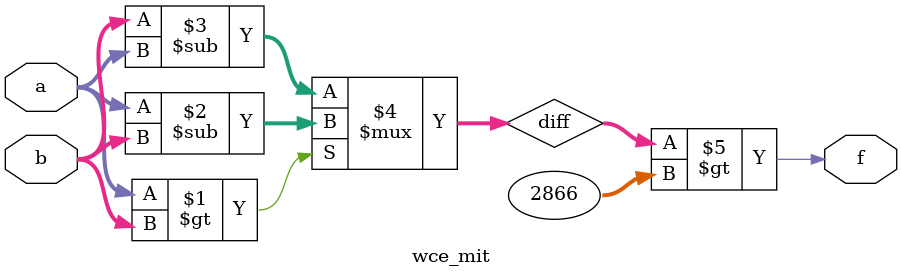
<source format=v>
module wce_mit(a, b, f);
parameter _bit = 18;
parameter wce = 2866;
input [_bit - 1: 0] a;
input [_bit - 1: 0] b;
output f;
wire [_bit - 1: 0] diff;
assign diff = (a > b)? (a - b): (b - a);
assign f = (diff > wce);
endmodule

</source>
